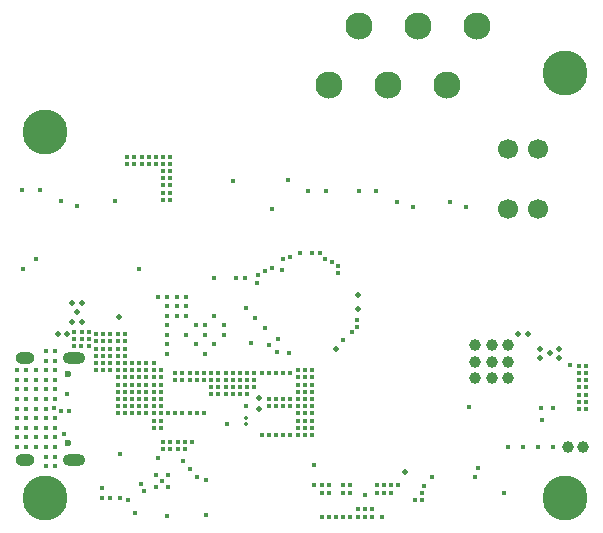
<source format=gbr>
%TF.GenerationSoftware,KiCad,Pcbnew,9.0.1*%
%TF.CreationDate,2025-05-01T00:05:03-04:00*%
%TF.ProjectId,main_board,6d61696e-5f62-46f6-9172-642e6b696361,rev?*%
%TF.SameCoordinates,Original*%
%TF.FileFunction,Copper,L4,Inr*%
%TF.FilePolarity,Positive*%
%FSLAX46Y46*%
G04 Gerber Fmt 4.6, Leading zero omitted, Abs format (unit mm)*
G04 Created by KiCad (PCBNEW 9.0.1) date 2025-05-01 00:05:03*
%MOMM*%
%LPD*%
G01*
G04 APERTURE LIST*
%TA.AperFunction,ComponentPad*%
%ADD10C,3.800000*%
%TD*%
%TA.AperFunction,ComponentPad*%
%ADD11C,0.600000*%
%TD*%
%TA.AperFunction,ComponentPad*%
%ADD12O,1.900000X1.000000*%
%TD*%
%TA.AperFunction,ComponentPad*%
%ADD13O,1.600000X1.000000*%
%TD*%
%TA.AperFunction,ComponentPad*%
%ADD14C,2.300000*%
%TD*%
%TA.AperFunction,ComponentPad*%
%ADD15C,1.700000*%
%TD*%
%TA.AperFunction,ViaPad*%
%ADD16C,0.400000*%
%TD*%
%TA.AperFunction,ViaPad*%
%ADD17C,1.000000*%
%TD*%
%TA.AperFunction,ViaPad*%
%ADD18C,0.500000*%
%TD*%
%TA.AperFunction,ViaPad*%
%ADD19C,0.350000*%
%TD*%
G04 APERTURE END LIST*
D10*
%TO.N,N/C*%
%TO.C,REF\u002A\u002A*%
X117000000Y-112000000D03*
%TD*%
%TO.N,N/C*%
%TO.C,REF\u002A\u002A*%
X161000000Y-76000000D03*
%TD*%
%TO.N,N/C*%
%TO.C,REF\u002A\u002A*%
X161000000Y-112000000D03*
%TD*%
%TO.N,N/C*%
%TO.C,REF\u002A\u002A*%
X117000000Y-81000000D03*
%TD*%
D11*
%TO.N,*%
%TO.C,USB1*%
X118962800Y-101554800D03*
X118962800Y-107334800D03*
D12*
%TO.N,GND*%
X119462800Y-100124800D03*
X119462800Y-108764800D03*
D13*
X115282800Y-108764800D03*
X115282800Y-100124800D03*
%TD*%
D14*
%TO.N,/Motor/Gate Driver/H_BRIDGE_SHA*%
%TO.C,CN3*%
X141070000Y-77074400D03*
X143570000Y-72074400D03*
%TO.N,/Motor/Gate Driver/H_BRIDGE_SHB*%
X146070000Y-77074400D03*
X148570000Y-72074400D03*
%TO.N,/Motor/Gate Driver/H_BRIDGE_SHC*%
X151070000Y-77074400D03*
X153570000Y-72074400D03*
%TD*%
D15*
%TO.N,GND*%
%TO.C,CN1*%
X156230000Y-82460000D03*
X156230000Y-87540000D03*
%TO.N,+12V*%
X158770000Y-82460000D03*
X158770000Y-87540000D03*
%TD*%
D16*
%TO.N,VBUS*%
X119481600Y-97953003D03*
X120091200Y-97942400D03*
X120700800Y-97942400D03*
X120080563Y-99154588D03*
X120700800Y-99161600D03*
X119481600Y-99161600D03*
X120700800Y-98552000D03*
X120091200Y-98552000D03*
X119481600Y-98552000D03*
X121310400Y-99364800D03*
X121310400Y-99974400D03*
X121310400Y-100584000D03*
X121310400Y-101193600D03*
X129438400Y-107289600D03*
X127000000Y-107289600D03*
X127000000Y-107899200D03*
X128828800Y-107899200D03*
X128219200Y-107899200D03*
X127609600Y-107899200D03*
X128828800Y-107289600D03*
X128219200Y-107289600D03*
X127609600Y-107289600D03*
X126187200Y-106070400D03*
X126796800Y-106070400D03*
X126796800Y-105460800D03*
X126187200Y-105460800D03*
X121310400Y-98145600D03*
X121920000Y-98145600D03*
X123139200Y-98145600D03*
X122529600Y-98145600D03*
X123748800Y-98145600D03*
X123139200Y-99974400D03*
X121920000Y-98755200D03*
X121310400Y-98755200D03*
X123748800Y-98755200D03*
X121920000Y-101193600D03*
X121920000Y-100584000D03*
X126187200Y-100584000D03*
X125577600Y-100584000D03*
X123139200Y-100584000D03*
X124358400Y-100584000D03*
X123139200Y-99364800D03*
X123139200Y-98755200D03*
X121920000Y-99974400D03*
X122529600Y-100584000D03*
X124968000Y-100584000D03*
X122529600Y-98755200D03*
X123748800Y-100584000D03*
X122529600Y-99974400D03*
X121920000Y-99364800D03*
X122529600Y-101193600D03*
X123748800Y-99364800D03*
X123748800Y-99974400D03*
X122529600Y-99364800D03*
X125577600Y-101193600D03*
X126796800Y-101193600D03*
X124968000Y-101193600D03*
X123139200Y-101193600D03*
X124358400Y-101193600D03*
X126187200Y-101193600D03*
X123748800Y-101193600D03*
X126796800Y-101803200D03*
X125577600Y-101803200D03*
X123139200Y-101803200D03*
X124968000Y-101803200D03*
X123748800Y-101803200D03*
X126187200Y-101803200D03*
X124358400Y-101803200D03*
X126796800Y-102412800D03*
X125577600Y-102412800D03*
X123139200Y-102412800D03*
X124968000Y-102412800D03*
X123748800Y-102412800D03*
X126187200Y-102412800D03*
X124358400Y-102412800D03*
X126796800Y-103022400D03*
X125577600Y-103022400D03*
X123139200Y-103022400D03*
X124968000Y-103022400D03*
X123748800Y-103022400D03*
X126187200Y-103022400D03*
X124358400Y-103022400D03*
X126796800Y-103632000D03*
X125577600Y-103632000D03*
X123139200Y-103632000D03*
X124968000Y-103632000D03*
X123748800Y-103632000D03*
X126187200Y-103632000D03*
X124358400Y-103632000D03*
X126796800Y-104241600D03*
X125577600Y-104241600D03*
X123139200Y-104241600D03*
X124968000Y-104241600D03*
X123748800Y-104241600D03*
X126187200Y-104241600D03*
X124358400Y-104241600D03*
X130454400Y-104851200D03*
X129844800Y-104851200D03*
X129235200Y-104851200D03*
X128625600Y-104851200D03*
X128016000Y-104851200D03*
X127406400Y-104851200D03*
X126796800Y-104851200D03*
X126187200Y-104851200D03*
X125577600Y-104851200D03*
X124968000Y-104851200D03*
X124358400Y-104851200D03*
X123748800Y-104851200D03*
X123139200Y-104851200D03*
%TO.N,*%
X135940800Y-104241600D03*
X136550400Y-104241600D03*
X137160000Y-104241600D03*
X137769600Y-104241600D03*
%TO.N,+3V3*%
X135331200Y-106680000D03*
X135940800Y-106680000D03*
X136550400Y-106680000D03*
X137160000Y-106680000D03*
X137769600Y-106680000D03*
X139598400Y-106070400D03*
X138379200Y-106680000D03*
X139598400Y-106680000D03*
X138988800Y-106070400D03*
X138988800Y-106680000D03*
X138379200Y-106070400D03*
X139598400Y-104851200D03*
X138379200Y-105460800D03*
X139598400Y-105460800D03*
X138988800Y-104851200D03*
X138988800Y-105460800D03*
X138379200Y-104851200D03*
X139598400Y-103632000D03*
X138379200Y-104241600D03*
X139598400Y-104241600D03*
X138988800Y-103632000D03*
X138988800Y-104241600D03*
X138379200Y-103632000D03*
X139598400Y-102412800D03*
X138379200Y-103022400D03*
X139598400Y-103022400D03*
X138988800Y-102412800D03*
X138988800Y-103022400D03*
X138379200Y-102412800D03*
X138379200Y-101803200D03*
X138988800Y-101803200D03*
X139598400Y-101803200D03*
X139598400Y-101193600D03*
X138988800Y-101193600D03*
X138379200Y-101193600D03*
%TO.N,GND*%
X144068800Y-111760000D03*
X145084800Y-111556800D03*
X145084800Y-110947200D03*
X142240000Y-110947200D03*
X142849600Y-110947200D03*
X142849600Y-111556800D03*
X142240000Y-111556800D03*
X141020800Y-111556800D03*
X141020800Y-110947200D03*
X140411200Y-110947200D03*
X140411200Y-111556800D03*
X144678400Y-112979200D03*
X144068800Y-112979200D03*
X143459200Y-112979200D03*
%TO.N,/MCU/PD_SDA*%
X139750800Y-109220000D03*
X139750800Y-110947200D03*
X130606800Y-110490000D03*
%TO.N,/MCU/PD_SCL*%
X129844800Y-110236000D03*
%TO.N,/MCU/USB_D+*%
X124002800Y-112166400D03*
%TO.N,/MCU/USB_D-*%
X124612400Y-113284000D03*
%TO.N,Net-(U1-CC1)*%
X125157000Y-110822832D03*
%TO.N,Net-(U1-CC2)*%
X125391400Y-111449859D03*
%TO.N,/MCU/USB_D+*%
X119008401Y-104648000D03*
%TO.N,*%
X162211200Y-103263400D03*
X127000000Y-86766400D03*
X162211200Y-103873000D03*
X162211200Y-104482600D03*
X162211200Y-101434600D03*
X162820800Y-102653800D03*
X127609600Y-83718400D03*
X162820800Y-100825000D03*
X127000000Y-83108800D03*
X162211200Y-102044200D03*
X125171200Y-83108800D03*
X162820800Y-101434600D03*
X127609600Y-83108800D03*
X123952000Y-83718400D03*
X127609600Y-84328000D03*
X162820800Y-103873000D03*
X162820800Y-102044200D03*
X125780800Y-83718400D03*
X124561600Y-83718400D03*
X127000000Y-86156800D03*
X124561600Y-83108800D03*
X127000000Y-85547200D03*
X125171200Y-83718400D03*
X162211200Y-102653800D03*
X162820800Y-103263400D03*
X127000000Y-83718400D03*
X125780800Y-83108800D03*
X127000000Y-84937600D03*
X123952000Y-83108800D03*
X127000000Y-84328000D03*
X126390400Y-83108800D03*
X127609600Y-85547200D03*
X126390400Y-83718400D03*
X162211200Y-100825000D03*
X162820800Y-104482600D03*
X127609600Y-86766400D03*
X127609600Y-84937600D03*
X127609600Y-86156800D03*
%TO.N,+3V3*%
X127343200Y-94983600D03*
X131343199Y-96583601D03*
X128943200Y-94983600D03*
X127343202Y-98183600D03*
X127343200Y-96583600D03*
X128943200Y-96583600D03*
D17*
X161266800Y-107708400D03*
D16*
%TO.N,GND*%
X116230400Y-102006400D03*
X116230400Y-106070400D03*
X148945600Y-112166400D03*
X115417600Y-103632000D03*
X134721600Y-102006400D03*
X142240000Y-113588800D03*
X148336000Y-112166400D03*
X117856000Y-108508800D03*
X132892800Y-103225600D03*
X116230400Y-101193600D03*
X128625600Y-102006400D03*
X114604800Y-103632000D03*
X115417600Y-106070400D03*
X143459200Y-113588800D03*
X134112000Y-102006400D03*
X115417600Y-102819200D03*
D17*
X153416800Y-101858400D03*
X156216800Y-99058400D03*
D16*
X117043200Y-107696000D03*
X140793600Y-85987397D03*
X117856000Y-102006400D03*
X117043200Y-101193600D03*
X137160000Y-101396800D03*
X143541600Y-85987397D03*
D17*
X162536800Y-107708400D03*
D16*
X128943200Y-95783600D03*
X121804989Y-111995011D03*
X136550400Y-103632000D03*
X159051200Y-105384600D03*
X148945600Y-111556800D03*
X131064000Y-102006400D03*
X145694400Y-111556800D03*
X155897400Y-111556800D03*
X130657600Y-113487200D03*
X144068800Y-113588800D03*
X131673600Y-102006400D03*
X115417600Y-105257600D03*
X117043200Y-105257600D03*
D18*
X135128000Y-103558400D03*
D16*
X117856000Y-103632000D03*
X127300000Y-113500000D03*
X145694400Y-110947200D03*
X127343200Y-95783600D03*
X132283200Y-102006400D03*
X132410200Y-105741978D03*
D18*
X118872000Y-98105403D03*
D16*
X114604800Y-106883200D03*
X131064000Y-103225600D03*
X133502400Y-102616000D03*
X117043200Y-108508800D03*
D17*
X154816800Y-99058400D03*
D16*
X128143200Y-96583600D03*
X117856000Y-101193600D03*
X117856000Y-100380800D03*
X115417600Y-102006400D03*
X128016000Y-101396800D03*
X141020800Y-113588800D03*
X131064000Y-101396800D03*
X117856000Y-109321600D03*
D18*
X118059201Y-98105404D03*
D16*
X142849600Y-113588800D03*
X146304000Y-110947200D03*
X134112000Y-101396800D03*
X115074000Y-85953600D03*
X114604800Y-102819200D03*
X160041200Y-104419400D03*
D17*
X154816800Y-101858400D03*
D16*
X131673600Y-103225600D03*
X116230400Y-106883200D03*
X127400000Y-111100000D03*
X134721600Y-102616000D03*
X133502400Y-103225600D03*
X116230400Y-102819200D03*
X117043200Y-109321600D03*
X132143200Y-97383600D03*
X114604800Y-102006400D03*
X117830273Y-105270493D03*
X140411200Y-113588800D03*
D18*
X160528000Y-100177600D03*
D16*
X115417600Y-106883200D03*
X133502400Y-102006400D03*
X115417600Y-104444800D03*
X146304000Y-111556800D03*
D17*
X156216800Y-101858400D03*
D16*
X137769600Y-103632000D03*
X132283200Y-102616000D03*
X117043200Y-102819200D03*
X126400000Y-110100000D03*
X117043200Y-99568000D03*
D18*
X160528000Y-99364800D03*
X119278400Y-97089403D03*
X157073600Y-98145600D03*
X158902400Y-99364800D03*
D16*
X134112000Y-102616000D03*
X114604800Y-104444800D03*
X117043200Y-104444800D03*
X116230400Y-107696000D03*
X130454400Y-102006400D03*
X139598400Y-91236800D03*
D17*
X153416800Y-99058400D03*
D16*
X144678400Y-113588800D03*
X114604800Y-101193600D03*
X117043200Y-103632000D03*
X117856000Y-99568000D03*
D18*
X120091200Y-95463803D03*
X119684800Y-96276603D03*
D16*
X132283200Y-103225600D03*
X137160000Y-103632000D03*
X152884200Y-104317800D03*
X137769600Y-101396800D03*
X117856000Y-107696000D03*
X129844800Y-101396800D03*
D18*
X123240800Y-96683003D03*
D16*
X153416000Y-110229600D03*
D18*
X158902400Y-100177600D03*
D16*
X117043200Y-100380800D03*
X141630400Y-113588800D03*
X129235200Y-101396800D03*
X115417600Y-107696000D03*
X117043200Y-102006400D03*
X114604800Y-105257600D03*
X128143200Y-95783600D03*
X131673600Y-102616000D03*
X130454400Y-101396800D03*
X133502400Y-101396800D03*
X136550400Y-101396800D03*
X131673600Y-101396800D03*
X117856000Y-106070400D03*
D18*
X119278400Y-95463803D03*
D16*
X135940800Y-103632000D03*
X117791706Y-104423267D03*
D17*
X156216800Y-100458400D03*
D16*
X117856000Y-106883200D03*
X128625600Y-101396800D03*
X129844800Y-102006400D03*
X127343200Y-98983600D03*
D17*
X154816800Y-100458400D03*
D16*
X146913600Y-110914062D03*
X114604800Y-106070400D03*
D17*
X153416800Y-100458400D03*
D16*
X132892800Y-102616000D03*
D18*
X159735401Y-99720400D03*
D16*
X135331200Y-101396800D03*
X126400000Y-111100000D03*
X132283200Y-101396800D03*
X133197600Y-93370400D03*
X117043200Y-106883200D03*
X117043200Y-106070400D03*
X149086168Y-111019137D03*
X132892800Y-101396800D03*
X116230400Y-104444800D03*
X127400000Y-110100000D03*
X129235200Y-102006400D03*
X117856000Y-102819200D03*
X115417600Y-101193600D03*
D18*
X157886400Y-98145600D03*
D16*
X126900000Y-110600000D03*
X135940800Y-101396800D03*
X116230400Y-105257600D03*
X132892800Y-102006400D03*
X128016000Y-102006400D03*
D18*
X147457201Y-109812498D03*
D16*
X134112000Y-103225600D03*
X131064000Y-102616000D03*
X128143200Y-94983600D03*
X114604800Y-107696000D03*
X116230400Y-103632000D03*
D18*
X120091200Y-97089403D03*
D16*
X138582400Y-91236800D03*
X134721600Y-101396800D03*
%TO.N,VBUS*%
X152622800Y-87409797D03*
X141839535Y-92925312D03*
D18*
%TO.N,Net-(U8-CPH)*%
X143515147Y-94856437D03*
%TO.N,Net-(U8-CPL)*%
X143459200Y-96012000D03*
%TO.N,Net-(U3-SS)*%
X135128000Y-104518400D03*
%TO.N,Net-(U8-DVDD)*%
X141630400Y-99372800D03*
D16*
%TO.N,Net-(D4-A)*%
X123342400Y-108300000D03*
%TO.N,Net-(U6-EN)*%
X159996800Y-107708400D03*
D19*
%TO.N,Net-(U3-SW)*%
X134023100Y-105741978D03*
%TO.N,Net-(U3-BST)*%
X134023100Y-105245789D03*
D16*
%TO.N,Net-(U2-SW)*%
X149758400Y-110236000D03*
%TO.N,/Motor/Gate Driver/MOTOR_C_CURRENT_SENSE*%
X134416800Y-98907600D03*
X132143200Y-98183600D03*
%TO.N,/Motor/Gate Driver/MOTOR_B_CURRENT_SENSE*%
X131343200Y-98983600D03*
%TO.N,/Motor/Gate Driver/MOTOR_A_CURRENT_SENSE*%
X130543200Y-98183600D03*
%TO.N,/MCU/USB_D-*%
X118365747Y-104608549D03*
%TO.N,Net-(U1-CC2)*%
X118567546Y-106631961D03*
%TO.N,Net-(U1-CC1)*%
X118872000Y-103225600D03*
%TO.N,Net-(U2-FB)*%
X145491200Y-113588800D03*
%TO.N,/MCU/STM32_EN*%
X128943200Y-98183600D03*
%TO.N,Net-(U3-FB)*%
X134010400Y-104241600D03*
%TO.N,/Motor/Gate Driver/GATE_DRIVER_NFAULT*%
X131343200Y-93383600D03*
%TO.N,/Motor/Gate Driver/H_BRIDGE_SPA*%
X140309600Y-91236800D03*
X145041600Y-85987397D03*
%TO.N,/Motor/Gate Driver/H_BRIDGE_SPB*%
X139293600Y-85987397D03*
X137766855Y-91568127D03*
%TO.N,Net-(U8-SOA)*%
X135636000Y-97637600D03*
%TO.N,Net-(U8-SOB)*%
X134793613Y-96803587D03*
%TO.N,Net-(U8-SOC)*%
X133980813Y-95889187D03*
%TO.N,/Power/VBUS_SWITCH_GATE*%
X126600000Y-108600000D03*
%TO.N,/MCU/EN_12V*%
X159021200Y-104419400D03*
X158726800Y-107708400D03*
%TO.N,/MCU/PD_INT_N*%
X157456800Y-107708400D03*
X129235200Y-109524800D03*
%TO.N,/MCU/PD_FAULT*%
X156186800Y-107708400D03*
X128687499Y-108915200D03*
%TO.N,/CAN Transceiver1/CAN_RX*%
X161442400Y-100787200D03*
%TO.N,/CAN Transceiver1/CAN_TX*%
X153646800Y-109467600D03*
%TO.N,/Motor/Gate Driver/H_BRIDGE_SPC*%
X116574000Y-85953600D03*
X133908800Y-93370400D03*
%TO.N,/Motor/Gate Driver/GATE_DRIVER_INHA*%
X142240000Y-98653600D03*
X129743200Y-97383600D03*
%TO.N,/Motor/Gate Driver/GATE_DRIVER_SDI*%
X127343200Y-97383600D03*
X135934113Y-99086093D03*
%TO.N,/Motor/Gate Driver/GATE_DRIVER_NSCS*%
X137668000Y-99720400D03*
X130543200Y-97383600D03*
%TO.N,/Motor/Gate Driver/GATE_DRIVER_SDO*%
X136748911Y-98573043D03*
X124943200Y-92583600D03*
%TO.N,/Motor/Gate Driver/GATE_DRIVER_INHB*%
X129743200Y-98983600D03*
X143002000Y-97993200D03*
%TO.N,/Motor/Gate Driver/GATE_DRIVER_SCLK*%
X126543200Y-94983600D03*
X136652000Y-99684763D03*
%TO.N,/Motor/Gate Driver/GATE_DRIVER_INLA*%
X143443643Y-96961867D03*
X127343200Y-99783600D03*
%TO.N,/Motor/Gate Driver/GATE_DRIVER_INHC*%
X143408400Y-97536000D03*
X130543200Y-99783600D03*
%TO.N,/Motor/Gate Driver/H_BRIDGE_GHC*%
X135636000Y-92760800D03*
X122955600Y-86840597D03*
%TO.N,/Motor/Gate Driver/H_BRIDGE_GHA*%
X141783185Y-92327961D03*
X151272800Y-86929797D03*
%TO.N,/Motor/Gate Driver/H_BRIDGE_GLC*%
X118333200Y-86840597D03*
X134924800Y-93776800D03*
%TO.N,/Motor/Gate Driver/H_BRIDGE_GLA*%
X140734739Y-91745628D03*
X146802400Y-86929797D03*
%TO.N,/Motor/Gate Driver/H_BRIDGE_GHB*%
X132931600Y-85134197D03*
X136245600Y-92557600D03*
%TO.N,/Motor/Gate Driver/H_BRIDGE_GLB*%
X137554000Y-85124597D03*
X137109200Y-91744800D03*
%TO.N,/Motor/Gate Driver/H_BRIDGE_SHC*%
X135026400Y-93167200D03*
X119683200Y-87320597D03*
%TO.N,/Motor/Gate Driver/H_BRIDGE_SHB*%
X136204000Y-87544597D03*
X137032239Y-92665756D03*
%TO.N,/Motor/Gate Driver/H_BRIDGE_SHA*%
X141268851Y-92018990D03*
X148152400Y-87409797D03*
%TO.N,/CAN_P*%
X116199800Y-91795600D03*
X115143989Y-92606505D03*
%TO.N,Net-(U1-CC2)*%
X121806325Y-111170862D03*
%TO.N,GND*%
X123317500Y-111996798D03*
X122481627Y-111991270D03*
%TD*%
M02*

</source>
